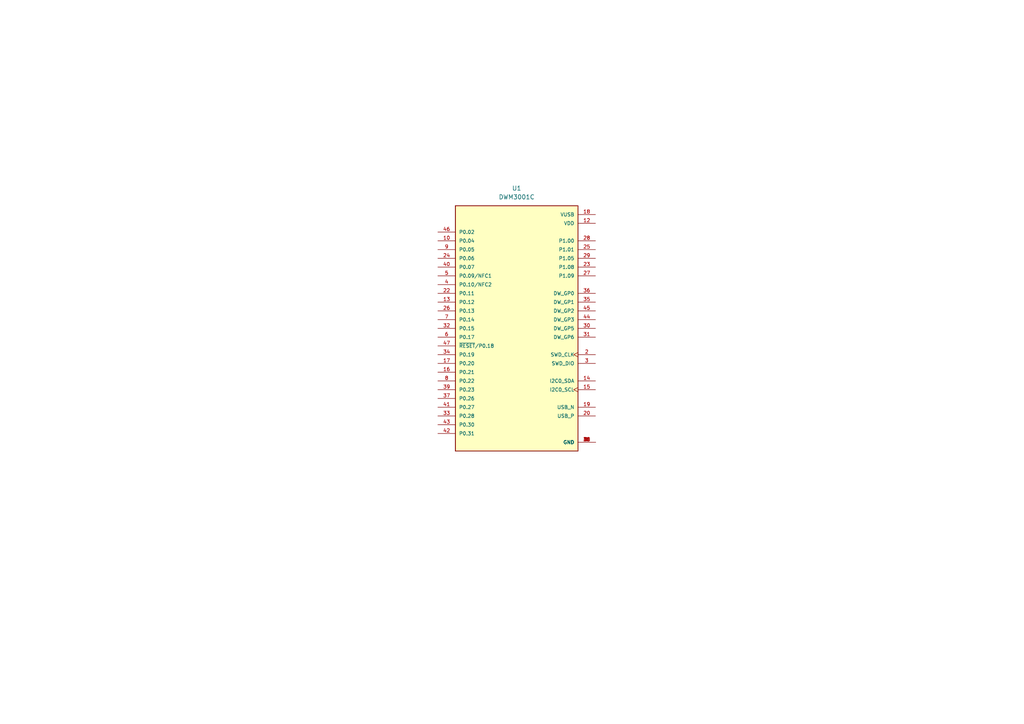
<source format=kicad_sch>
(kicad_sch (version 20250114) (generator "eeschema") (generator_version "9.0")
  (paper "A4")
  (lib_symbols
    (symbol "DWM3001C:DWM3001C" (pin_names (offset 1.016))
      (property "Reference" "U" (at -17.78 38.1 0))
      (property "Value" "DWM3001C" (at -17.78 -38.1 0))
      (symbol "DWM3001C_0_0"
        (rectangle (start -17.78 -35.56) (end 17.78 35.56) (stroke (width 0.254)) (fill (type background)))
        (pin bidirectional line (at -22.86 27.94 0) (length 5.08) (name "P0.02") (number "46"))
        (pin bidirectional line (at -22.86 25.4 0) (length 5.08) (name "P0.04") (number "10"))
        (pin bidirectional line (at -22.86 22.86 0) (length 5.08) (name "P0.05") (number "9"))
        (pin bidirectional line (at -22.86 20.32 0) (length 5.08) (name "P0.06") (number "24"))
        (pin bidirectional line (at -22.86 17.78 0) (length 5.08) (name "P0.07") (number "40"))
        (pin bidirectional line (at -22.86 15.24 0) (length 5.08) (name "P0.09/NFC1") (number "5"))
        (pin bidirectional line (at -22.86 12.7 0) (length 5.08) (name "P0.10/NFC2") (number "4"))
        (pin bidirectional line (at -22.86 10.16 0) (length 5.08) (name "P0.11") (number "22"))
        (pin bidirectional line (at -22.86 7.62 0) (length 5.08) (name "P0.12") (number "13"))
        (pin bidirectional line (at -22.86 5.08 0) (length 5.08) (name "P0.13") (number "26"))
        (pin bidirectional line (at -22.86 2.54 0) (length 5.08) (name "P0.14") (number "7"))
        (pin bidirectional line (at -22.86 0 0) (length 5.08) (name "P0.15") (number "32"))
        (pin bidirectional line (at -22.86 -2.54 0) (length 5.08) (name "P0.17") (number "6"))
        (pin bidirectional line (at -22.86 -5.08 0) (length 5.08) (name "~{RESET}/P0.18") (number "47"))
        (pin bidirectional line (at -22.86 -7.62 0) (length 5.08) (name "P0.19") (number "34"))
        (pin bidirectional line (at -22.86 -10.16 0) (length 5.08) (name "P0.20") (number "17"))
        (pin bidirectional line (at -22.86 -12.7 0) (length 5.08) (name "P0.21") (number "16"))
        (pin bidirectional line (at -22.86 -15.24 0) (length 5.08) (name "P0.22") (number "8"))
        (pin bidirectional line (at -22.86 -17.78 0) (length 5.08) (name "P0.23") (number "39"))
        (pin bidirectional line (at -22.86 -20.32 0) (length 5.08) (name "P0.26") (number "37"))
        (pin bidirectional line (at -22.86 -22.86 0) (length 5.08) (name "P0.27") (number "41"))
        (pin bidirectional line (at -22.86 -25.4 0) (length 5.08) (name "P0.28") (number "33"))
        (pin bidirectional line (at -22.86 -27.94 0) (length 5.08) (name "P0.30") (number "43"))
        (pin bidirectional line (at -22.86 -30.48 0) (length 5.08) (name "P0.31") (number "42"))
        (pin power_in line (at 22.86 33.02 180) (length 5.08) (name "VUSB") (number "18"))
        (pin power_in line (at 22.86 30.48 180) (length 5.08) (name "VDD") (number "12"))
        (pin bidirectional line (at 22.86 25.4 180) (length 5.08) (name "P1.00") (number "28"))
        (pin bidirectional line (at 22.86 22.86 180) (length 5.08) (name "P1.01") (number "25"))
        (pin bidirectional line (at 22.86 20.32 180) (length 5.08) (name "P1.05") (number "29"))
        (pin bidirectional line (at 22.86 17.78 180) (length 5.08) (name "P1.08") (number "23"))
        (pin bidirectional line (at 22.86 15.24 180) (length 5.08) (name "P1.09") (number "27"))
        (pin bidirectional line (at 22.86 10.16 180) (length 5.08) (name "DW_GP0") (number "36"))
        (pin bidirectional line (at 22.86 7.62 180) (length 5.08) (name "DW_GP1") (number "35"))
        (pin bidirectional line (at 22.86 5.08 180) (length 5.08) (name "DW_GP2") (number "45"))
        (pin bidirectional line (at 22.86 2.54 180) (length 5.08) (name "DW_GP3") (number "44"))
        (pin bidirectional line (at 22.86 0 180) (length 5.08) (name "DW_GP5") (number "30"))
        (pin bidirectional line (at 22.86 -2.54 180) (length 5.08) (name "DW_GP6") (number "31"))
        (pin input clock (at 22.86 -7.62 180) (length 5.08) (name "SWD_CLK") (number "2"))
        (pin bidirectional line (at 22.86 -10.16 180) (length 5.08) (name "SWD_DIO") (number "3"))
        (pin bidirectional line (at 22.86 -15.24 180) (length 5.08) (name "I2C0_SDA") (number "14"))
        (pin bidirectional clock (at 22.86 -17.78 180) (length 5.08) (name "I2C0_SCL") (number "15"))
        (pin bidirectional line (at 22.86 -22.86 180) (length 5.08) (name "USB_N") (number "19"))
        (pin bidirectional line (at 22.86 -25.4 180) (length 5.08) (name "USB_P") (number "20"))
        (pin power_in line (at 22.86 -33.02 180) (length 5.08) (name "GND") (number "1"))
        (pin power_in line (at 22.86 -33.02 180) (length 5.08) (name "GND") (number "11"))
        (pin power_in line (at 22.86 -33.02 180) (length 5.08) (name "GND") (number "21"))
        (pin power_in line (at 22.86 -33.02 180) (length 5.08) (name "GND") (number "38"))
        (pin power_in line (at 22.86 -33.02 180) (length 5.08) (name "GND") (number "48"))
      )
    )
  )
  (symbol (lib_id "DWM3001C:DWM3001C") (at 149.86 95.25 0) (unit 1)
    (property "Reference" "U1" (at 149.86 54.61 0))
    (property "Value" "DWM3001C" (at 149.86 57.15 0))
    (property "Footprint" "UWBkit:DWM3001C" (effects (hide yes)))
    (property "MF" "Qorvo" (effects (hide yes)))
    (property "MAXIMUM_PACKAGE_HEIGHT" "3.40mm" (effects (hide yes)))
    (property "Package" "None" (effects (hide yes)))
    (property "Price" "None" (effects (hide yes)))
    (property "Check_prices" "https://www.snapeda.com/parts/DWM3001C/Qorvo/view-part/?ref=eda" (effects (hide yes)))
    (property "STANDARD" "Manufacturer Recommendations" (effects (hide yes)))
    (property "PARTREV" "Rev C" (effects (hide yes)))
    (property "SnapEDA_Link" "https://www.snapeda.com/parts/DWM3001C/Qorvo/view-part/?ref=snap" (effects (hide yes)))
    (property "MP" "DWM3001C" (effects (hide yes)))
    (property "Description_1" "RF Modules 6.5 & 8.0 GHz Ultra-Wideband (UWB) Module with BLE SoC and Motion Sensor" (effects (hide yes)))
    (property "Availability" "Not in stock" (effects (hide yes)))
    (property "MANUFACTURER" "Qorvo" (effects (hide yes)))
  )
)
</source>
